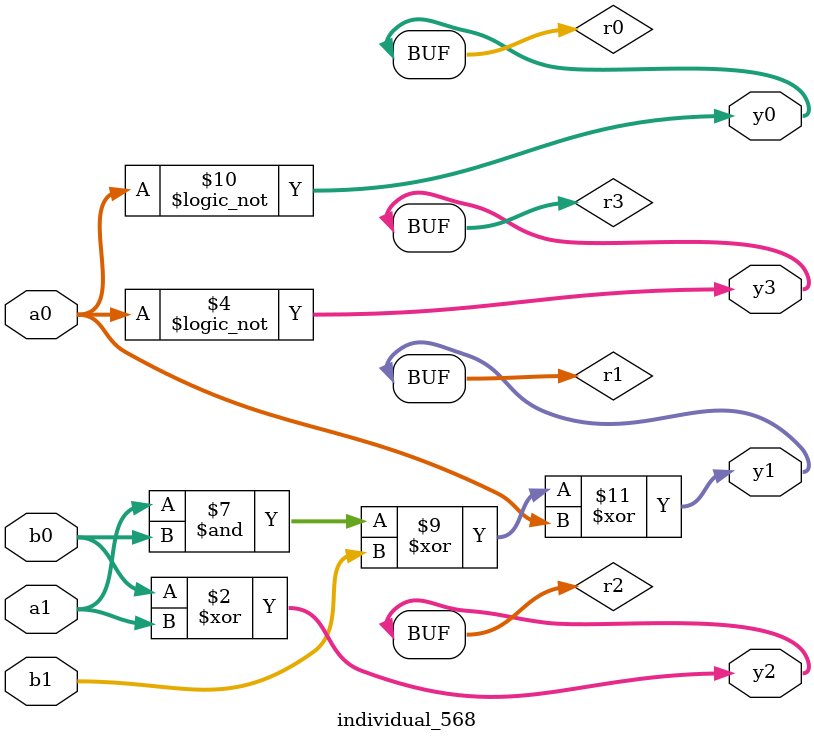
<source format=sv>
module individual_568(input logic [15:0] a1, input logic [15:0] a0, input logic [15:0] b1, input logic [15:0] b0, output logic [15:0] y3, output logic [15:0] y2, output logic [15:0] y1, output logic [15:0] y0);
logic [15:0] r0, r1, r2, r3; 
 always@(*) begin 
	 r0 = a0; r1 = a1; r2 = b0; r3 = b1; 
 	 r2  ^=  a1 ;
 	 r0  |=  r2 ;
 	 r3 = ! a0 ;
 	 r0  ^=  a0 ;
 	 r0  &=  a1 ;
 	 r1  &=  b0 ;
 	 r0  ^=  b0 ;
 	 r1  ^=  b1 ;
 	 r0 = ! a0 ;
 	 r1  ^=  a0 ;
 	 y3 = r3; y2 = r2; y1 = r1; y0 = r0; 
end
endmodule
</source>
